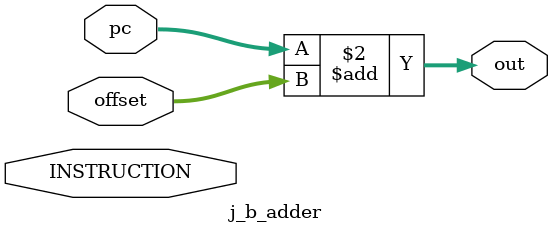
<source format=v>

`timescale 1ns/100ps

module j_b_adder(out,pc,offset,INSTRUCTION);

	input [31:0] pc,offset,INSTRUCTION;
	output reg[31:0] out;

	always @(INSTRUCTION)
	begin
		#2
		out=pc+offset;
	end
endmodule

</source>
